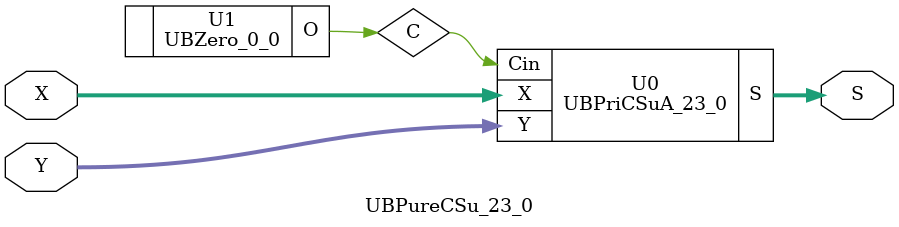
<source format=v>
/*----------------------------------------------------------------------------
  Copyright (c) 2021 Homma laboratory. All rights reserved.

  Top module: UBCSu_15_0_23_0

  Operand-1 length: 16
  Operand-2 length: 24
  Two-operand addition algorithm: Conditional sum adder
----------------------------------------------------------------------------*/

module UB1DCON_0(O, I);
  output O;
  input I;
  assign O = I;
endmodule

module UB1DCON_1(O, I);
  output O;
  input I;
  assign O = I;
endmodule

module UB1DCON_2(O, I);
  output O;
  input I;
  assign O = I;
endmodule

module UB1DCON_3(O, I);
  output O;
  input I;
  assign O = I;
endmodule

module UB1DCON_4(O, I);
  output O;
  input I;
  assign O = I;
endmodule

module UB1DCON_5(O, I);
  output O;
  input I;
  assign O = I;
endmodule

module UB1DCON_6(O, I);
  output O;
  input I;
  assign O = I;
endmodule

module UB1DCON_7(O, I);
  output O;
  input I;
  assign O = I;
endmodule

module UB1DCON_8(O, I);
  output O;
  input I;
  assign O = I;
endmodule

module UB1DCON_9(O, I);
  output O;
  input I;
  assign O = I;
endmodule

module UB1DCON_10(O, I);
  output O;
  input I;
  assign O = I;
endmodule

module UB1DCON_11(O, I);
  output O;
  input I;
  assign O = I;
endmodule

module UB1DCON_12(O, I);
  output O;
  input I;
  assign O = I;
endmodule

module UB1DCON_13(O, I);
  output O;
  input I;
  assign O = I;
endmodule

module UB1DCON_14(O, I);
  output O;
  input I;
  assign O = I;
endmodule

module UB1DCON_15(O, I);
  output O;
  input I;
  assign O = I;
endmodule

module UBZero_23_16(O);
  output [23:16] O;
  assign O[16] = 0;
  assign O[17] = 0;
  assign O[18] = 0;
  assign O[19] = 0;
  assign O[20] = 0;
  assign O[21] = 0;
  assign O[22] = 0;
  assign O[23] = 0;
endmodule

module UBFA_0(C, S, X, Y, Z);
  output C;
  output S;
  input X;
  input Y;
  input Z;
  assign C = ( X & Y ) | ( Y & Z ) | ( Z & X );
  assign S = X ^ Y ^ Z;
endmodule

module UBHCSuB_0_0(C, S, X, Y, Ci);
  output C;
  output S;
  input Ci;
  input X;
  input Y;
  UBFA_0 U0 (C, S, X, Y, Ci);
endmodule

module UBZero_1_1(O);
  output [1:1] O;
  assign O[1] = 0;
endmodule

module UBOne_1(O);
  output O;
  assign O = 1;
endmodule

module UBFA_1(C, S, X, Y, Z);
  output C;
  output S;
  input X;
  input Y;
  input Z;
  assign C = ( X & Y ) | ( Y & Z ) | ( Z & X );
  assign S = X ^ Y ^ Z;
endmodule

module UBCSuB_1_1(C_0, C_1, S_0, S_1, X, Y);
  output C_0;
  output C_1;
  output S_0;
  output S_1;
  input X;
  input Y;
  wire Ci_0;
  wire Ci_1;
  wire Co_0;
  wire Co_1;
  assign C_0 = ( Co_0 & ( ~ Ci_0 ) ) | ( Co_1 & Ci_0 );
  assign C_1 = ( Co_0 & ( ~ Ci_1 ) ) | ( Co_1 & Ci_1 );
  UBZero_1_1 U0 (Ci_0);
  UBOne_1 U1 (Ci_1);
  UBFA_1 U2 (Co_0, S_0, X, Y, Ci_0);
  UBFA_1 U3 (Co_1, S_1, X, Y, Ci_1);
endmodule

module UBHCSuB_1_0(C, S, X, Y, Ci);
  output C;
  output [1:0] S;
  input Ci;
  input [1:0] X;
  input [1:0] Y;
  wire C_0;
  wire C_1;
  wire Co;
  wire S_0;
  wire S_1;
  assign S[1] = ( S_0 & ( ~ Co ) ) | ( S_1 & Co );
  assign C = ( C_0 & ( ~ Co ) ) | ( C_1 & Co );
  UBHCSuB_0_0 U0 (Co, S[0], X[0], Y[0], Ci);
  UBCSuB_1_1 U1 (C_0, C_1, S_0, S_1, X[1], Y[1]);
endmodule

module UBZero_2_2(O);
  output [2:2] O;
  assign O[2] = 0;
endmodule

module UBOne_2(O);
  output O;
  assign O = 1;
endmodule

module UBFA_2(C, S, X, Y, Z);
  output C;
  output S;
  input X;
  input Y;
  input Z;
  assign C = ( X & Y ) | ( Y & Z ) | ( Z & X );
  assign S = X ^ Y ^ Z;
endmodule

module UBCSuB_2_2(C_0, C_1, S_0, S_1, X, Y);
  output C_0;
  output C_1;
  output S_0;
  output S_1;
  input X;
  input Y;
  wire Ci_0;
  wire Ci_1;
  wire Co_0;
  wire Co_1;
  assign C_0 = ( Co_0 & ( ~ Ci_0 ) ) | ( Co_1 & Ci_0 );
  assign C_1 = ( Co_0 & ( ~ Ci_1 ) ) | ( Co_1 & Ci_1 );
  UBZero_2_2 U0 (Ci_0);
  UBOne_2 U1 (Ci_1);
  UBFA_2 U2 (Co_0, S_0, X, Y, Ci_0);
  UBFA_2 U3 (Co_1, S_1, X, Y, Ci_1);
endmodule

module UBHCSuB_2_0(C, S, X, Y, Ci);
  output C;
  output [2:0] S;
  input Ci;
  input [2:0] X;
  input [2:0] Y;
  wire C_0;
  wire C_1;
  wire Co;
  wire S_0;
  wire S_1;
  assign S[2] = ( S_0 & ( ~ Co ) ) | ( S_1 & Co );
  assign C = ( C_0 & ( ~ Co ) ) | ( C_1 & Co );
  UBHCSuB_1_0 U0 (Co, S[1:0], X[1:0], Y[1:0], Ci);
  UBCSuB_2_2 U1 (C_0, C_1, S_0, S_1, X[2], Y[2]);
endmodule

module UBZero_3_3(O);
  output [3:3] O;
  assign O[3] = 0;
endmodule

module UBOne_3(O);
  output O;
  assign O = 1;
endmodule

module UBFA_3(C, S, X, Y, Z);
  output C;
  output S;
  input X;
  input Y;
  input Z;
  assign C = ( X & Y ) | ( Y & Z ) | ( Z & X );
  assign S = X ^ Y ^ Z;
endmodule

module UBCSuB_3_3(C_0, C_1, S_0, S_1, X, Y);
  output C_0;
  output C_1;
  output S_0;
  output S_1;
  input X;
  input Y;
  wire Ci_0;
  wire Ci_1;
  wire Co_0;
  wire Co_1;
  assign C_0 = ( Co_0 & ( ~ Ci_0 ) ) | ( Co_1 & Ci_0 );
  assign C_1 = ( Co_0 & ( ~ Ci_1 ) ) | ( Co_1 & Ci_1 );
  UBZero_3_3 U0 (Ci_0);
  UBOne_3 U1 (Ci_1);
  UBFA_3 U2 (Co_0, S_0, X, Y, Ci_0);
  UBFA_3 U3 (Co_1, S_1, X, Y, Ci_1);
endmodule

module UBZero_4_4(O);
  output [4:4] O;
  assign O[4] = 0;
endmodule

module UBOne_4(O);
  output O;
  assign O = 1;
endmodule

module UBFA_4(C, S, X, Y, Z);
  output C;
  output S;
  input X;
  input Y;
  input Z;
  assign C = ( X & Y ) | ( Y & Z ) | ( Z & X );
  assign S = X ^ Y ^ Z;
endmodule

module UBCSuB_4_4(C_0, C_1, S_0, S_1, X, Y);
  output C_0;
  output C_1;
  output S_0;
  output S_1;
  input X;
  input Y;
  wire Ci_0;
  wire Ci_1;
  wire Co_0;
  wire Co_1;
  assign C_0 = ( Co_0 & ( ~ Ci_0 ) ) | ( Co_1 & Ci_0 );
  assign C_1 = ( Co_0 & ( ~ Ci_1 ) ) | ( Co_1 & Ci_1 );
  UBZero_4_4 U0 (Ci_0);
  UBOne_4 U1 (Ci_1);
  UBFA_4 U2 (Co_0, S_0, X, Y, Ci_0);
  UBFA_4 U3 (Co_1, S_1, X, Y, Ci_1);
endmodule

module UBCSuB_4_3(C_0, C_1, S_0, S_1, X, Y);
  output C_0;
  output C_1;
  output [4:3] S_0;
  output [4:3] S_1;
  input [4:3] X;
  input [4:3] Y;
  wire Ci_0;
  wire Ci_1;
  wire Co_0;
  wire Co_1;
  wire So_0;
  wire So_1;
  assign S_0[4] = ( So_0 & ( ~ Ci_0 ) ) | ( So_1 & Ci_0 );
  assign C_0 = ( Co_0 & ( ~ Ci_0 ) ) | ( Co_1 & Ci_0 );
  assign S_1[4] = ( So_0 & ( ~ Ci_1 ) ) | ( So_1 & Ci_1 );
  assign C_1 = ( Co_0 & ( ~ Ci_1 ) ) | ( Co_1 & Ci_1 );
  UBCSuB_3_3 U0 (Ci_0, Ci_1, S_0[3], S_1[3], X[3], Y[3]);
  UBCSuB_4_4 U1 (Co_0, Co_1, So_0, So_1, X[4], Y[4]);
endmodule

module UBZero_5_5(O);
  output [5:5] O;
  assign O[5] = 0;
endmodule

module UBOne_5(O);
  output O;
  assign O = 1;
endmodule

module UBFA_5(C, S, X, Y, Z);
  output C;
  output S;
  input X;
  input Y;
  input Z;
  assign C = ( X & Y ) | ( Y & Z ) | ( Z & X );
  assign S = X ^ Y ^ Z;
endmodule

module UBCSuB_5_5(C_0, C_1, S_0, S_1, X, Y);
  output C_0;
  output C_1;
  output S_0;
  output S_1;
  input X;
  input Y;
  wire Ci_0;
  wire Ci_1;
  wire Co_0;
  wire Co_1;
  assign C_0 = ( Co_0 & ( ~ Ci_0 ) ) | ( Co_1 & Ci_0 );
  assign C_1 = ( Co_0 & ( ~ Ci_1 ) ) | ( Co_1 & Ci_1 );
  UBZero_5_5 U0 (Ci_0);
  UBOne_5 U1 (Ci_1);
  UBFA_5 U2 (Co_0, S_0, X, Y, Ci_0);
  UBFA_5 U3 (Co_1, S_1, X, Y, Ci_1);
endmodule

module UBCSuB_5_3(C_0, C_1, S_0, S_1, X, Y);
  output C_0;
  output C_1;
  output [5:3] S_0;
  output [5:3] S_1;
  input [5:3] X;
  input [5:3] Y;
  wire Ci_0;
  wire Ci_1;
  wire Co_0;
  wire Co_1;
  wire [5:5] So_0;
  wire [5:5] So_1;
  assign S_0[5] = ( So_0 & ( ~ Ci_0 ) ) | ( So_1 & Ci_0 );
  assign C_0 = ( Co_0 & ( ~ Ci_0 ) ) | ( Co_1 & Ci_0 );
  assign S_1[5] = ( So_0 & ( ~ Ci_1 ) ) | ( So_1 & Ci_1 );
  assign C_1 = ( Co_0 & ( ~ Ci_1 ) ) | ( Co_1 & Ci_1 );
  UBCSuB_4_3 U0 (Ci_0, Ci_1, S_0[4:3], S_1[4:3], X[4:3], Y[4:3]);
  UBCSuB_5_5 U1 (Co_0, Co_1, So_0, So_1, X[5], Y[5]);
endmodule

module UBHCSuB_5_0(C, S, X, Y, Ci);
  output C;
  output [5:0] S;
  input Ci;
  input [5:0] X;
  input [5:0] Y;
  wire C_0;
  wire C_1;
  wire Co;
  wire [5:3] S_0;
  wire [5:3] S_1;
  assign S[3] = ( S_0[3] & ( ~ Co ) ) | ( S_1[3] & Co );
  assign S[4] = ( S_0[4] & ( ~ Co ) ) | ( S_1[4] & Co );
  assign S[5] = ( S_0[5] & ( ~ Co ) ) | ( S_1[5] & Co );
  assign C = ( C_0 & ( ~ Co ) ) | ( C_1 & Co );
  UBHCSuB_2_0 U0 (Co, S[2:0], X[2:0], Y[2:0], Ci);
  UBCSuB_5_3 U1 (C_0, C_1, S_0, S_1, X[5:3], Y[5:3]);
endmodule

module UBZero_6_6(O);
  output [6:6] O;
  assign O[6] = 0;
endmodule

module UBOne_6(O);
  output O;
  assign O = 1;
endmodule

module UBFA_6(C, S, X, Y, Z);
  output C;
  output S;
  input X;
  input Y;
  input Z;
  assign C = ( X & Y ) | ( Y & Z ) | ( Z & X );
  assign S = X ^ Y ^ Z;
endmodule

module UBCSuB_6_6(C_0, C_1, S_0, S_1, X, Y);
  output C_0;
  output C_1;
  output S_0;
  output S_1;
  input X;
  input Y;
  wire Ci_0;
  wire Ci_1;
  wire Co_0;
  wire Co_1;
  assign C_0 = ( Co_0 & ( ~ Ci_0 ) ) | ( Co_1 & Ci_0 );
  assign C_1 = ( Co_0 & ( ~ Ci_1 ) ) | ( Co_1 & Ci_1 );
  UBZero_6_6 U0 (Ci_0);
  UBOne_6 U1 (Ci_1);
  UBFA_6 U2 (Co_0, S_0, X, Y, Ci_0);
  UBFA_6 U3 (Co_1, S_1, X, Y, Ci_1);
endmodule

module UBZero_7_7(O);
  output [7:7] O;
  assign O[7] = 0;
endmodule

module UBOne_7(O);
  output O;
  assign O = 1;
endmodule

module UBFA_7(C, S, X, Y, Z);
  output C;
  output S;
  input X;
  input Y;
  input Z;
  assign C = ( X & Y ) | ( Y & Z ) | ( Z & X );
  assign S = X ^ Y ^ Z;
endmodule

module UBCSuB_7_7(C_0, C_1, S_0, S_1, X, Y);
  output C_0;
  output C_1;
  output S_0;
  output S_1;
  input X;
  input Y;
  wire Ci_0;
  wire Ci_1;
  wire Co_0;
  wire Co_1;
  assign C_0 = ( Co_0 & ( ~ Ci_0 ) ) | ( Co_1 & Ci_0 );
  assign C_1 = ( Co_0 & ( ~ Ci_1 ) ) | ( Co_1 & Ci_1 );
  UBZero_7_7 U0 (Ci_0);
  UBOne_7 U1 (Ci_1);
  UBFA_7 U2 (Co_0, S_0, X, Y, Ci_0);
  UBFA_7 U3 (Co_1, S_1, X, Y, Ci_1);
endmodule

module UBCSuB_7_6(C_0, C_1, S_0, S_1, X, Y);
  output C_0;
  output C_1;
  output [7:6] S_0;
  output [7:6] S_1;
  input [7:6] X;
  input [7:6] Y;
  wire Ci_0;
  wire Ci_1;
  wire Co_0;
  wire Co_1;
  wire So_0;
  wire So_1;
  assign S_0[7] = ( So_0 & ( ~ Ci_0 ) ) | ( So_1 & Ci_0 );
  assign C_0 = ( Co_0 & ( ~ Ci_0 ) ) | ( Co_1 & Ci_0 );
  assign S_1[7] = ( So_0 & ( ~ Ci_1 ) ) | ( So_1 & Ci_1 );
  assign C_1 = ( Co_0 & ( ~ Ci_1 ) ) | ( Co_1 & Ci_1 );
  UBCSuB_6_6 U0 (Ci_0, Ci_1, S_0[6], S_1[6], X[6], Y[6]);
  UBCSuB_7_7 U1 (Co_0, Co_1, So_0, So_1, X[7], Y[7]);
endmodule

module UBZero_8_8(O);
  output [8:8] O;
  assign O[8] = 0;
endmodule

module UBOne_8(O);
  output O;
  assign O = 1;
endmodule

module UBFA_8(C, S, X, Y, Z);
  output C;
  output S;
  input X;
  input Y;
  input Z;
  assign C = ( X & Y ) | ( Y & Z ) | ( Z & X );
  assign S = X ^ Y ^ Z;
endmodule

module UBCSuB_8_8(C_0, C_1, S_0, S_1, X, Y);
  output C_0;
  output C_1;
  output S_0;
  output S_1;
  input X;
  input Y;
  wire Ci_0;
  wire Ci_1;
  wire Co_0;
  wire Co_1;
  assign C_0 = ( Co_0 & ( ~ Ci_0 ) ) | ( Co_1 & Ci_0 );
  assign C_1 = ( Co_0 & ( ~ Ci_1 ) ) | ( Co_1 & Ci_1 );
  UBZero_8_8 U0 (Ci_0);
  UBOne_8 U1 (Ci_1);
  UBFA_8 U2 (Co_0, S_0, X, Y, Ci_0);
  UBFA_8 U3 (Co_1, S_1, X, Y, Ci_1);
endmodule

module UBCSuB_8_6(C_0, C_1, S_0, S_1, X, Y);
  output C_0;
  output C_1;
  output [8:6] S_0;
  output [8:6] S_1;
  input [8:6] X;
  input [8:6] Y;
  wire Ci_0;
  wire Ci_1;
  wire Co_0;
  wire Co_1;
  wire [8:8] So_0;
  wire [8:8] So_1;
  assign S_0[8] = ( So_0 & ( ~ Ci_0 ) ) | ( So_1 & Ci_0 );
  assign C_0 = ( Co_0 & ( ~ Ci_0 ) ) | ( Co_1 & Ci_0 );
  assign S_1[8] = ( So_0 & ( ~ Ci_1 ) ) | ( So_1 & Ci_1 );
  assign C_1 = ( Co_0 & ( ~ Ci_1 ) ) | ( Co_1 & Ci_1 );
  UBCSuB_7_6 U0 (Ci_0, Ci_1, S_0[7:6], S_1[7:6], X[7:6], Y[7:6]);
  UBCSuB_8_8 U1 (Co_0, Co_1, So_0, So_1, X[8], Y[8]);
endmodule

module UBZero_9_9(O);
  output [9:9] O;
  assign O[9] = 0;
endmodule

module UBOne_9(O);
  output O;
  assign O = 1;
endmodule

module UBFA_9(C, S, X, Y, Z);
  output C;
  output S;
  input X;
  input Y;
  input Z;
  assign C = ( X & Y ) | ( Y & Z ) | ( Z & X );
  assign S = X ^ Y ^ Z;
endmodule

module UBCSuB_9_9(C_0, C_1, S_0, S_1, X, Y);
  output C_0;
  output C_1;
  output S_0;
  output S_1;
  input X;
  input Y;
  wire Ci_0;
  wire Ci_1;
  wire Co_0;
  wire Co_1;
  assign C_0 = ( Co_0 & ( ~ Ci_0 ) ) | ( Co_1 & Ci_0 );
  assign C_1 = ( Co_0 & ( ~ Ci_1 ) ) | ( Co_1 & Ci_1 );
  UBZero_9_9 U0 (Ci_0);
  UBOne_9 U1 (Ci_1);
  UBFA_9 U2 (Co_0, S_0, X, Y, Ci_0);
  UBFA_9 U3 (Co_1, S_1, X, Y, Ci_1);
endmodule

module UBZero_10_10(O);
  output [10:10] O;
  assign O[10] = 0;
endmodule

module UBOne_10(O);
  output O;
  assign O = 1;
endmodule

module UBFA_10(C, S, X, Y, Z);
  output C;
  output S;
  input X;
  input Y;
  input Z;
  assign C = ( X & Y ) | ( Y & Z ) | ( Z & X );
  assign S = X ^ Y ^ Z;
endmodule

module UBCSuB_10_10(C_0, C_1, S_0, S_1, X, Y);
  output C_0;
  output C_1;
  output S_0;
  output S_1;
  input X;
  input Y;
  wire Ci_0;
  wire Ci_1;
  wire Co_0;
  wire Co_1;
  assign C_0 = ( Co_0 & ( ~ Ci_0 ) ) | ( Co_1 & Ci_0 );
  assign C_1 = ( Co_0 & ( ~ Ci_1 ) ) | ( Co_1 & Ci_1 );
  UBZero_10_10 U0 (Ci_0);
  UBOne_10 U1 (Ci_1);
  UBFA_10 U2 (Co_0, S_0, X, Y, Ci_0);
  UBFA_10 U3 (Co_1, S_1, X, Y, Ci_1);
endmodule

module UBCSuB_10_9(C_0, C_1, S_0, S_1, X, Y);
  output C_0;
  output C_1;
  output [10:9] S_0;
  output [10:9] S_1;
  input [10:9] X;
  input [10:9] Y;
  wire Ci_0;
  wire Ci_1;
  wire Co_0;
  wire Co_1;
  wire So_0;
  wire So_1;
  assign S_0[10] = ( So_0 & ( ~ Ci_0 ) ) | ( So_1 & Ci_0 );
  assign C_0 = ( Co_0 & ( ~ Ci_0 ) ) | ( Co_1 & Ci_0 );
  assign S_1[10] = ( So_0 & ( ~ Ci_1 ) ) | ( So_1 & Ci_1 );
  assign C_1 = ( Co_0 & ( ~ Ci_1 ) ) | ( Co_1 & Ci_1 );
  UBCSuB_9_9 U0 (Ci_0, Ci_1, S_0[9], S_1[9], X[9], Y[9]);
  UBCSuB_10_10 U1 (Co_0, Co_1, So_0, So_1, X[10], Y[10]);
endmodule

module UBZero_11_11(O);
  output [11:11] O;
  assign O[11] = 0;
endmodule

module UBOne_11(O);
  output O;
  assign O = 1;
endmodule

module UBFA_11(C, S, X, Y, Z);
  output C;
  output S;
  input X;
  input Y;
  input Z;
  assign C = ( X & Y ) | ( Y & Z ) | ( Z & X );
  assign S = X ^ Y ^ Z;
endmodule

module UBCSuB_11_11(C_0, C_1, S_0, S_1, X, Y);
  output C_0;
  output C_1;
  output S_0;
  output S_1;
  input X;
  input Y;
  wire Ci_0;
  wire Ci_1;
  wire Co_0;
  wire Co_1;
  assign C_0 = ( Co_0 & ( ~ Ci_0 ) ) | ( Co_1 & Ci_0 );
  assign C_1 = ( Co_0 & ( ~ Ci_1 ) ) | ( Co_1 & Ci_1 );
  UBZero_11_11 U0 (Ci_0);
  UBOne_11 U1 (Ci_1);
  UBFA_11 U2 (Co_0, S_0, X, Y, Ci_0);
  UBFA_11 U3 (Co_1, S_1, X, Y, Ci_1);
endmodule

module UBCSuB_11_9(C_0, C_1, S_0, S_1, X, Y);
  output C_0;
  output C_1;
  output [11:9] S_0;
  output [11:9] S_1;
  input [11:9] X;
  input [11:9] Y;
  wire Ci_0;
  wire Ci_1;
  wire Co_0;
  wire Co_1;
  wire [11:11] So_0;
  wire [11:11] So_1;
  assign S_0[11] = ( So_0 & ( ~ Ci_0 ) ) | ( So_1 & Ci_0 );
  assign C_0 = ( Co_0 & ( ~ Ci_0 ) ) | ( Co_1 & Ci_0 );
  assign S_1[11] = ( So_0 & ( ~ Ci_1 ) ) | ( So_1 & Ci_1 );
  assign C_1 = ( Co_0 & ( ~ Ci_1 ) ) | ( Co_1 & Ci_1 );
  UBCSuB_10_9 U0 (Ci_0, Ci_1, S_0[10:9], S_1[10:9], X[10:9], Y[10:9]);
  UBCSuB_11_11 U1 (Co_0, Co_1, So_0, So_1, X[11], Y[11]);
endmodule

module UBCSuB_11_6(C_0, C_1, S_0, S_1, X, Y);
  output C_0;
  output C_1;
  output [11:6] S_0;
  output [11:6] S_1;
  input [11:6] X;
  input [11:6] Y;
  wire Ci_0;
  wire Ci_1;
  wire Co_0;
  wire Co_1;
  wire [11:9] So_0;
  wire [11:9] So_1;
  assign S_0[9] = ( So_0[9] & ( ~ Ci_0 ) ) | ( So_1[9] & Ci_0 );
  assign S_0[10] = ( So_0[10] & ( ~ Ci_0 ) ) | ( So_1[10] & Ci_0 );
  assign S_0[11] = ( So_0[11] & ( ~ Ci_0 ) ) | ( So_1[11] & Ci_0 );
  assign C_0 = ( Co_0 & ( ~ Ci_0 ) ) | ( Co_1 & Ci_0 );
  assign S_1[9] = ( So_0[9] & ( ~ Ci_1 ) ) | ( So_1[9] & Ci_1 );
  assign S_1[10] = ( So_0[10] & ( ~ Ci_1 ) ) | ( So_1[10] & Ci_1 );
  assign S_1[11] = ( So_0[11] & ( ~ Ci_1 ) ) | ( So_1[11] & Ci_1 );
  assign C_1 = ( Co_0 & ( ~ Ci_1 ) ) | ( Co_1 & Ci_1 );
  UBCSuB_8_6 U0 (Ci_0, Ci_1, S_0[8:6], S_1[8:6], X[8:6], Y[8:6]);
  UBCSuB_11_9 U1 (Co_0, Co_1, So_0, So_1, X[11:9], Y[11:9]);
endmodule

module UBHCSuB_11_0(C, S, X, Y, Ci);
  output C;
  output [11:0] S;
  input Ci;
  input [11:0] X;
  input [11:0] Y;
  wire C_0;
  wire C_1;
  wire Co;
  wire [11:6] S_0;
  wire [11:6] S_1;
  assign S[6] = ( S_0[6] & ( ~ Co ) ) | ( S_1[6] & Co );
  assign S[7] = ( S_0[7] & ( ~ Co ) ) | ( S_1[7] & Co );
  assign S[8] = ( S_0[8] & ( ~ Co ) ) | ( S_1[8] & Co );
  assign S[9] = ( S_0[9] & ( ~ Co ) ) | ( S_1[9] & Co );
  assign S[10] = ( S_0[10] & ( ~ Co ) ) | ( S_1[10] & Co );
  assign S[11] = ( S_0[11] & ( ~ Co ) ) | ( S_1[11] & Co );
  assign C = ( C_0 & ( ~ Co ) ) | ( C_1 & Co );
  UBHCSuB_5_0 U0 (Co, S[5:0], X[5:0], Y[5:0], Ci);
  UBCSuB_11_6 U1 (C_0, C_1, S_0, S_1, X[11:6], Y[11:6]);
endmodule

module UBZero_12_12(O);
  output [12:12] O;
  assign O[12] = 0;
endmodule

module UBOne_12(O);
  output O;
  assign O = 1;
endmodule

module UBFA_12(C, S, X, Y, Z);
  output C;
  output S;
  input X;
  input Y;
  input Z;
  assign C = ( X & Y ) | ( Y & Z ) | ( Z & X );
  assign S = X ^ Y ^ Z;
endmodule

module UBCSuB_12_12(C_0, C_1, S_0, S_1, X, Y);
  output C_0;
  output C_1;
  output S_0;
  output S_1;
  input X;
  input Y;
  wire Ci_0;
  wire Ci_1;
  wire Co_0;
  wire Co_1;
  assign C_0 = ( Co_0 & ( ~ Ci_0 ) ) | ( Co_1 & Ci_0 );
  assign C_1 = ( Co_0 & ( ~ Ci_1 ) ) | ( Co_1 & Ci_1 );
  UBZero_12_12 U0 (Ci_0);
  UBOne_12 U1 (Ci_1);
  UBFA_12 U2 (Co_0, S_0, X, Y, Ci_0);
  UBFA_12 U3 (Co_1, S_1, X, Y, Ci_1);
endmodule

module UBZero_13_13(O);
  output [13:13] O;
  assign O[13] = 0;
endmodule

module UBOne_13(O);
  output O;
  assign O = 1;
endmodule

module UBFA_13(C, S, X, Y, Z);
  output C;
  output S;
  input X;
  input Y;
  input Z;
  assign C = ( X & Y ) | ( Y & Z ) | ( Z & X );
  assign S = X ^ Y ^ Z;
endmodule

module UBCSuB_13_13(C_0, C_1, S_0, S_1, X, Y);
  output C_0;
  output C_1;
  output S_0;
  output S_1;
  input X;
  input Y;
  wire Ci_0;
  wire Ci_1;
  wire Co_0;
  wire Co_1;
  assign C_0 = ( Co_0 & ( ~ Ci_0 ) ) | ( Co_1 & Ci_0 );
  assign C_1 = ( Co_0 & ( ~ Ci_1 ) ) | ( Co_1 & Ci_1 );
  UBZero_13_13 U0 (Ci_0);
  UBOne_13 U1 (Ci_1);
  UBFA_13 U2 (Co_0, S_0, X, Y, Ci_0);
  UBFA_13 U3 (Co_1, S_1, X, Y, Ci_1);
endmodule

module UBCSuB_13_12(C_0, C_1, S_0, S_1, X, Y);
  output C_0;
  output C_1;
  output [13:12] S_0;
  output [13:12] S_1;
  input [13:12] X;
  input [13:12] Y;
  wire Ci_0;
  wire Ci_1;
  wire Co_0;
  wire Co_1;
  wire So_0;
  wire So_1;
  assign S_0[13] = ( So_0 & ( ~ Ci_0 ) ) | ( So_1 & Ci_0 );
  assign C_0 = ( Co_0 & ( ~ Ci_0 ) ) | ( Co_1 & Ci_0 );
  assign S_1[13] = ( So_0 & ( ~ Ci_1 ) ) | ( So_1 & Ci_1 );
  assign C_1 = ( Co_0 & ( ~ Ci_1 ) ) | ( Co_1 & Ci_1 );
  UBCSuB_12_12 U0 (Ci_0, Ci_1, S_0[12], S_1[12], X[12], Y[12]);
  UBCSuB_13_13 U1 (Co_0, Co_1, So_0, So_1, X[13], Y[13]);
endmodule

module UBZero_14_14(O);
  output [14:14] O;
  assign O[14] = 0;
endmodule

module UBOne_14(O);
  output O;
  assign O = 1;
endmodule

module UBFA_14(C, S, X, Y, Z);
  output C;
  output S;
  input X;
  input Y;
  input Z;
  assign C = ( X & Y ) | ( Y & Z ) | ( Z & X );
  assign S = X ^ Y ^ Z;
endmodule

module UBCSuB_14_14(C_0, C_1, S_0, S_1, X, Y);
  output C_0;
  output C_1;
  output S_0;
  output S_1;
  input X;
  input Y;
  wire Ci_0;
  wire Ci_1;
  wire Co_0;
  wire Co_1;
  assign C_0 = ( Co_0 & ( ~ Ci_0 ) ) | ( Co_1 & Ci_0 );
  assign C_1 = ( Co_0 & ( ~ Ci_1 ) ) | ( Co_1 & Ci_1 );
  UBZero_14_14 U0 (Ci_0);
  UBOne_14 U1 (Ci_1);
  UBFA_14 U2 (Co_0, S_0, X, Y, Ci_0);
  UBFA_14 U3 (Co_1, S_1, X, Y, Ci_1);
endmodule

module UBCSuB_14_12(C_0, C_1, S_0, S_1, X, Y);
  output C_0;
  output C_1;
  output [14:12] S_0;
  output [14:12] S_1;
  input [14:12] X;
  input [14:12] Y;
  wire Ci_0;
  wire Ci_1;
  wire Co_0;
  wire Co_1;
  wire [14:14] So_0;
  wire [14:14] So_1;
  assign S_0[14] = ( So_0 & ( ~ Ci_0 ) ) | ( So_1 & Ci_0 );
  assign C_0 = ( Co_0 & ( ~ Ci_0 ) ) | ( Co_1 & Ci_0 );
  assign S_1[14] = ( So_0 & ( ~ Ci_1 ) ) | ( So_1 & Ci_1 );
  assign C_1 = ( Co_0 & ( ~ Ci_1 ) ) | ( Co_1 & Ci_1 );
  UBCSuB_13_12 U0 (Ci_0, Ci_1, S_0[13:12], S_1[13:12], X[13:12], Y[13:12]);
  UBCSuB_14_14 U1 (Co_0, Co_1, So_0, So_1, X[14], Y[14]);
endmodule

module UBZero_15_15(O);
  output [15:15] O;
  assign O[15] = 0;
endmodule

module UBOne_15(O);
  output O;
  assign O = 1;
endmodule

module UBFA_15(C, S, X, Y, Z);
  output C;
  output S;
  input X;
  input Y;
  input Z;
  assign C = ( X & Y ) | ( Y & Z ) | ( Z & X );
  assign S = X ^ Y ^ Z;
endmodule

module UBCSuB_15_15(C_0, C_1, S_0, S_1, X, Y);
  output C_0;
  output C_1;
  output S_0;
  output S_1;
  input X;
  input Y;
  wire Ci_0;
  wire Ci_1;
  wire Co_0;
  wire Co_1;
  assign C_0 = ( Co_0 & ( ~ Ci_0 ) ) | ( Co_1 & Ci_0 );
  assign C_1 = ( Co_0 & ( ~ Ci_1 ) ) | ( Co_1 & Ci_1 );
  UBZero_15_15 U0 (Ci_0);
  UBOne_15 U1 (Ci_1);
  UBFA_15 U2 (Co_0, S_0, X, Y, Ci_0);
  UBFA_15 U3 (Co_1, S_1, X, Y, Ci_1);
endmodule

module UBZero_16_16(O);
  output [16:16] O;
  assign O[16] = 0;
endmodule

module UBOne_16(O);
  output O;
  assign O = 1;
endmodule

module UBFA_16(C, S, X, Y, Z);
  output C;
  output S;
  input X;
  input Y;
  input Z;
  assign C = ( X & Y ) | ( Y & Z ) | ( Z & X );
  assign S = X ^ Y ^ Z;
endmodule

module UBCSuB_16_16(C_0, C_1, S_0, S_1, X, Y);
  output C_0;
  output C_1;
  output S_0;
  output S_1;
  input X;
  input Y;
  wire Ci_0;
  wire Ci_1;
  wire Co_0;
  wire Co_1;
  assign C_0 = ( Co_0 & ( ~ Ci_0 ) ) | ( Co_1 & Ci_0 );
  assign C_1 = ( Co_0 & ( ~ Ci_1 ) ) | ( Co_1 & Ci_1 );
  UBZero_16_16 U0 (Ci_0);
  UBOne_16 U1 (Ci_1);
  UBFA_16 U2 (Co_0, S_0, X, Y, Ci_0);
  UBFA_16 U3 (Co_1, S_1, X, Y, Ci_1);
endmodule

module UBCSuB_16_15(C_0, C_1, S_0, S_1, X, Y);
  output C_0;
  output C_1;
  output [16:15] S_0;
  output [16:15] S_1;
  input [16:15] X;
  input [16:15] Y;
  wire Ci_0;
  wire Ci_1;
  wire Co_0;
  wire Co_1;
  wire So_0;
  wire So_1;
  assign S_0[16] = ( So_0 & ( ~ Ci_0 ) ) | ( So_1 & Ci_0 );
  assign C_0 = ( Co_0 & ( ~ Ci_0 ) ) | ( Co_1 & Ci_0 );
  assign S_1[16] = ( So_0 & ( ~ Ci_1 ) ) | ( So_1 & Ci_1 );
  assign C_1 = ( Co_0 & ( ~ Ci_1 ) ) | ( Co_1 & Ci_1 );
  UBCSuB_15_15 U0 (Ci_0, Ci_1, S_0[15], S_1[15], X[15], Y[15]);
  UBCSuB_16_16 U1 (Co_0, Co_1, So_0, So_1, X[16], Y[16]);
endmodule

module UBZero_17_17(O);
  output [17:17] O;
  assign O[17] = 0;
endmodule

module UBOne_17(O);
  output O;
  assign O = 1;
endmodule

module UBFA_17(C, S, X, Y, Z);
  output C;
  output S;
  input X;
  input Y;
  input Z;
  assign C = ( X & Y ) | ( Y & Z ) | ( Z & X );
  assign S = X ^ Y ^ Z;
endmodule

module UBCSuB_17_17(C_0, C_1, S_0, S_1, X, Y);
  output C_0;
  output C_1;
  output S_0;
  output S_1;
  input X;
  input Y;
  wire Ci_0;
  wire Ci_1;
  wire Co_0;
  wire Co_1;
  assign C_0 = ( Co_0 & ( ~ Ci_0 ) ) | ( Co_1 & Ci_0 );
  assign C_1 = ( Co_0 & ( ~ Ci_1 ) ) | ( Co_1 & Ci_1 );
  UBZero_17_17 U0 (Ci_0);
  UBOne_17 U1 (Ci_1);
  UBFA_17 U2 (Co_0, S_0, X, Y, Ci_0);
  UBFA_17 U3 (Co_1, S_1, X, Y, Ci_1);
endmodule

module UBCSuB_17_15(C_0, C_1, S_0, S_1, X, Y);
  output C_0;
  output C_1;
  output [17:15] S_0;
  output [17:15] S_1;
  input [17:15] X;
  input [17:15] Y;
  wire Ci_0;
  wire Ci_1;
  wire Co_0;
  wire Co_1;
  wire [17:17] So_0;
  wire [17:17] So_1;
  assign S_0[17] = ( So_0 & ( ~ Ci_0 ) ) | ( So_1 & Ci_0 );
  assign C_0 = ( Co_0 & ( ~ Ci_0 ) ) | ( Co_1 & Ci_0 );
  assign S_1[17] = ( So_0 & ( ~ Ci_1 ) ) | ( So_1 & Ci_1 );
  assign C_1 = ( Co_0 & ( ~ Ci_1 ) ) | ( Co_1 & Ci_1 );
  UBCSuB_16_15 U0 (Ci_0, Ci_1, S_0[16:15], S_1[16:15], X[16:15], Y[16:15]);
  UBCSuB_17_17 U1 (Co_0, Co_1, So_0, So_1, X[17], Y[17]);
endmodule

module UBCSuB_17_12(C_0, C_1, S_0, S_1, X, Y);
  output C_0;
  output C_1;
  output [17:12] S_0;
  output [17:12] S_1;
  input [17:12] X;
  input [17:12] Y;
  wire Ci_0;
  wire Ci_1;
  wire Co_0;
  wire Co_1;
  wire [17:15] So_0;
  wire [17:15] So_1;
  assign S_0[15] = ( So_0[15] & ( ~ Ci_0 ) ) | ( So_1[15] & Ci_0 );
  assign S_0[16] = ( So_0[16] & ( ~ Ci_0 ) ) | ( So_1[16] & Ci_0 );
  assign S_0[17] = ( So_0[17] & ( ~ Ci_0 ) ) | ( So_1[17] & Ci_0 );
  assign C_0 = ( Co_0 & ( ~ Ci_0 ) ) | ( Co_1 & Ci_0 );
  assign S_1[15] = ( So_0[15] & ( ~ Ci_1 ) ) | ( So_1[15] & Ci_1 );
  assign S_1[16] = ( So_0[16] & ( ~ Ci_1 ) ) | ( So_1[16] & Ci_1 );
  assign S_1[17] = ( So_0[17] & ( ~ Ci_1 ) ) | ( So_1[17] & Ci_1 );
  assign C_1 = ( Co_0 & ( ~ Ci_1 ) ) | ( Co_1 & Ci_1 );
  UBCSuB_14_12 U0 (Ci_0, Ci_1, S_0[14:12], S_1[14:12], X[14:12], Y[14:12]);
  UBCSuB_17_15 U1 (Co_0, Co_1, So_0, So_1, X[17:15], Y[17:15]);
endmodule

module UBZero_18_18(O);
  output [18:18] O;
  assign O[18] = 0;
endmodule

module UBOne_18(O);
  output O;
  assign O = 1;
endmodule

module UBFA_18(C, S, X, Y, Z);
  output C;
  output S;
  input X;
  input Y;
  input Z;
  assign C = ( X & Y ) | ( Y & Z ) | ( Z & X );
  assign S = X ^ Y ^ Z;
endmodule

module UBCSuB_18_18(C_0, C_1, S_0, S_1, X, Y);
  output C_0;
  output C_1;
  output S_0;
  output S_1;
  input X;
  input Y;
  wire Ci_0;
  wire Ci_1;
  wire Co_0;
  wire Co_1;
  assign C_0 = ( Co_0 & ( ~ Ci_0 ) ) | ( Co_1 & Ci_0 );
  assign C_1 = ( Co_0 & ( ~ Ci_1 ) ) | ( Co_1 & Ci_1 );
  UBZero_18_18 U0 (Ci_0);
  UBOne_18 U1 (Ci_1);
  UBFA_18 U2 (Co_0, S_0, X, Y, Ci_0);
  UBFA_18 U3 (Co_1, S_1, X, Y, Ci_1);
endmodule

module UBZero_19_19(O);
  output [19:19] O;
  assign O[19] = 0;
endmodule

module UBOne_19(O);
  output O;
  assign O = 1;
endmodule

module UBFA_19(C, S, X, Y, Z);
  output C;
  output S;
  input X;
  input Y;
  input Z;
  assign C = ( X & Y ) | ( Y & Z ) | ( Z & X );
  assign S = X ^ Y ^ Z;
endmodule

module UBCSuB_19_19(C_0, C_1, S_0, S_1, X, Y);
  output C_0;
  output C_1;
  output S_0;
  output S_1;
  input X;
  input Y;
  wire Ci_0;
  wire Ci_1;
  wire Co_0;
  wire Co_1;
  assign C_0 = ( Co_0 & ( ~ Ci_0 ) ) | ( Co_1 & Ci_0 );
  assign C_1 = ( Co_0 & ( ~ Ci_1 ) ) | ( Co_1 & Ci_1 );
  UBZero_19_19 U0 (Ci_0);
  UBOne_19 U1 (Ci_1);
  UBFA_19 U2 (Co_0, S_0, X, Y, Ci_0);
  UBFA_19 U3 (Co_1, S_1, X, Y, Ci_1);
endmodule

module UBCSuB_19_18(C_0, C_1, S_0, S_1, X, Y);
  output C_0;
  output C_1;
  output [19:18] S_0;
  output [19:18] S_1;
  input [19:18] X;
  input [19:18] Y;
  wire Ci_0;
  wire Ci_1;
  wire Co_0;
  wire Co_1;
  wire So_0;
  wire So_1;
  assign S_0[19] = ( So_0 & ( ~ Ci_0 ) ) | ( So_1 & Ci_0 );
  assign C_0 = ( Co_0 & ( ~ Ci_0 ) ) | ( Co_1 & Ci_0 );
  assign S_1[19] = ( So_0 & ( ~ Ci_1 ) ) | ( So_1 & Ci_1 );
  assign C_1 = ( Co_0 & ( ~ Ci_1 ) ) | ( Co_1 & Ci_1 );
  UBCSuB_18_18 U0 (Ci_0, Ci_1, S_0[18], S_1[18], X[18], Y[18]);
  UBCSuB_19_19 U1 (Co_0, Co_1, So_0, So_1, X[19], Y[19]);
endmodule

module UBZero_20_20(O);
  output [20:20] O;
  assign O[20] = 0;
endmodule

module UBOne_20(O);
  output O;
  assign O = 1;
endmodule

module UBFA_20(C, S, X, Y, Z);
  output C;
  output S;
  input X;
  input Y;
  input Z;
  assign C = ( X & Y ) | ( Y & Z ) | ( Z & X );
  assign S = X ^ Y ^ Z;
endmodule

module UBCSuB_20_20(C_0, C_1, S_0, S_1, X, Y);
  output C_0;
  output C_1;
  output S_0;
  output S_1;
  input X;
  input Y;
  wire Ci_0;
  wire Ci_1;
  wire Co_0;
  wire Co_1;
  assign C_0 = ( Co_0 & ( ~ Ci_0 ) ) | ( Co_1 & Ci_0 );
  assign C_1 = ( Co_0 & ( ~ Ci_1 ) ) | ( Co_1 & Ci_1 );
  UBZero_20_20 U0 (Ci_0);
  UBOne_20 U1 (Ci_1);
  UBFA_20 U2 (Co_0, S_0, X, Y, Ci_0);
  UBFA_20 U3 (Co_1, S_1, X, Y, Ci_1);
endmodule

module UBCSuB_20_18(C_0, C_1, S_0, S_1, X, Y);
  output C_0;
  output C_1;
  output [20:18] S_0;
  output [20:18] S_1;
  input [20:18] X;
  input [20:18] Y;
  wire Ci_0;
  wire Ci_1;
  wire Co_0;
  wire Co_1;
  wire [20:20] So_0;
  wire [20:20] So_1;
  assign S_0[20] = ( So_0 & ( ~ Ci_0 ) ) | ( So_1 & Ci_0 );
  assign C_0 = ( Co_0 & ( ~ Ci_0 ) ) | ( Co_1 & Ci_0 );
  assign S_1[20] = ( So_0 & ( ~ Ci_1 ) ) | ( So_1 & Ci_1 );
  assign C_1 = ( Co_0 & ( ~ Ci_1 ) ) | ( Co_1 & Ci_1 );
  UBCSuB_19_18 U0 (Ci_0, Ci_1, S_0[19:18], S_1[19:18], X[19:18], Y[19:18]);
  UBCSuB_20_20 U1 (Co_0, Co_1, So_0, So_1, X[20], Y[20]);
endmodule

module UBZero_21_21(O);
  output [21:21] O;
  assign O[21] = 0;
endmodule

module UBOne_21(O);
  output O;
  assign O = 1;
endmodule

module UBFA_21(C, S, X, Y, Z);
  output C;
  output S;
  input X;
  input Y;
  input Z;
  assign C = ( X & Y ) | ( Y & Z ) | ( Z & X );
  assign S = X ^ Y ^ Z;
endmodule

module UBCSuB_21_21(C_0, C_1, S_0, S_1, X, Y);
  output C_0;
  output C_1;
  output S_0;
  output S_1;
  input X;
  input Y;
  wire Ci_0;
  wire Ci_1;
  wire Co_0;
  wire Co_1;
  assign C_0 = ( Co_0 & ( ~ Ci_0 ) ) | ( Co_1 & Ci_0 );
  assign C_1 = ( Co_0 & ( ~ Ci_1 ) ) | ( Co_1 & Ci_1 );
  UBZero_21_21 U0 (Ci_0);
  UBOne_21 U1 (Ci_1);
  UBFA_21 U2 (Co_0, S_0, X, Y, Ci_0);
  UBFA_21 U3 (Co_1, S_1, X, Y, Ci_1);
endmodule

module UBZero_22_22(O);
  output [22:22] O;
  assign O[22] = 0;
endmodule

module UBOne_22(O);
  output O;
  assign O = 1;
endmodule

module UBFA_22(C, S, X, Y, Z);
  output C;
  output S;
  input X;
  input Y;
  input Z;
  assign C = ( X & Y ) | ( Y & Z ) | ( Z & X );
  assign S = X ^ Y ^ Z;
endmodule

module UBCSuB_22_22(C_0, C_1, S_0, S_1, X, Y);
  output C_0;
  output C_1;
  output S_0;
  output S_1;
  input X;
  input Y;
  wire Ci_0;
  wire Ci_1;
  wire Co_0;
  wire Co_1;
  assign C_0 = ( Co_0 & ( ~ Ci_0 ) ) | ( Co_1 & Ci_0 );
  assign C_1 = ( Co_0 & ( ~ Ci_1 ) ) | ( Co_1 & Ci_1 );
  UBZero_22_22 U0 (Ci_0);
  UBOne_22 U1 (Ci_1);
  UBFA_22 U2 (Co_0, S_0, X, Y, Ci_0);
  UBFA_22 U3 (Co_1, S_1, X, Y, Ci_1);
endmodule

module UBCSuB_22_21(C_0, C_1, S_0, S_1, X, Y);
  output C_0;
  output C_1;
  output [22:21] S_0;
  output [22:21] S_1;
  input [22:21] X;
  input [22:21] Y;
  wire Ci_0;
  wire Ci_1;
  wire Co_0;
  wire Co_1;
  wire So_0;
  wire So_1;
  assign S_0[22] = ( So_0 & ( ~ Ci_0 ) ) | ( So_1 & Ci_0 );
  assign C_0 = ( Co_0 & ( ~ Ci_0 ) ) | ( Co_1 & Ci_0 );
  assign S_1[22] = ( So_0 & ( ~ Ci_1 ) ) | ( So_1 & Ci_1 );
  assign C_1 = ( Co_0 & ( ~ Ci_1 ) ) | ( Co_1 & Ci_1 );
  UBCSuB_21_21 U0 (Ci_0, Ci_1, S_0[21], S_1[21], X[21], Y[21]);
  UBCSuB_22_22 U1 (Co_0, Co_1, So_0, So_1, X[22], Y[22]);
endmodule

module UBZero_23_23(O);
  output [23:23] O;
  assign O[23] = 0;
endmodule

module UBOne_23(O);
  output O;
  assign O = 1;
endmodule

module UBFA_23(C, S, X, Y, Z);
  output C;
  output S;
  input X;
  input Y;
  input Z;
  assign C = ( X & Y ) | ( Y & Z ) | ( Z & X );
  assign S = X ^ Y ^ Z;
endmodule

module UBCSuB_23_23(C_0, C_1, S_0, S_1, X, Y);
  output C_0;
  output C_1;
  output S_0;
  output S_1;
  input X;
  input Y;
  wire Ci_0;
  wire Ci_1;
  wire Co_0;
  wire Co_1;
  assign C_0 = ( Co_0 & ( ~ Ci_0 ) ) | ( Co_1 & Ci_0 );
  assign C_1 = ( Co_0 & ( ~ Ci_1 ) ) | ( Co_1 & Ci_1 );
  UBZero_23_23 U0 (Ci_0);
  UBOne_23 U1 (Ci_1);
  UBFA_23 U2 (Co_0, S_0, X, Y, Ci_0);
  UBFA_23 U3 (Co_1, S_1, X, Y, Ci_1);
endmodule

module UBCSuB_23_21(C_0, C_1, S_0, S_1, X, Y);
  output C_0;
  output C_1;
  output [23:21] S_0;
  output [23:21] S_1;
  input [23:21] X;
  input [23:21] Y;
  wire Ci_0;
  wire Ci_1;
  wire Co_0;
  wire Co_1;
  wire [23:23] So_0;
  wire [23:23] So_1;
  assign S_0[23] = ( So_0 & ( ~ Ci_0 ) ) | ( So_1 & Ci_0 );
  assign C_0 = ( Co_0 & ( ~ Ci_0 ) ) | ( Co_1 & Ci_0 );
  assign S_1[23] = ( So_0 & ( ~ Ci_1 ) ) | ( So_1 & Ci_1 );
  assign C_1 = ( Co_0 & ( ~ Ci_1 ) ) | ( Co_1 & Ci_1 );
  UBCSuB_22_21 U0 (Ci_0, Ci_1, S_0[22:21], S_1[22:21], X[22:21], Y[22:21]);
  UBCSuB_23_23 U1 (Co_0, Co_1, So_0, So_1, X[23], Y[23]);
endmodule

module UBCSuB_23_18(C_0, C_1, S_0, S_1, X, Y);
  output C_0;
  output C_1;
  output [23:18] S_0;
  output [23:18] S_1;
  input [23:18] X;
  input [23:18] Y;
  wire Ci_0;
  wire Ci_1;
  wire Co_0;
  wire Co_1;
  wire [23:21] So_0;
  wire [23:21] So_1;
  assign S_0[21] = ( So_0[21] & ( ~ Ci_0 ) ) | ( So_1[21] & Ci_0 );
  assign S_0[22] = ( So_0[22] & ( ~ Ci_0 ) ) | ( So_1[22] & Ci_0 );
  assign S_0[23] = ( So_0[23] & ( ~ Ci_0 ) ) | ( So_1[23] & Ci_0 );
  assign C_0 = ( Co_0 & ( ~ Ci_0 ) ) | ( Co_1 & Ci_0 );
  assign S_1[21] = ( So_0[21] & ( ~ Ci_1 ) ) | ( So_1[21] & Ci_1 );
  assign S_1[22] = ( So_0[22] & ( ~ Ci_1 ) ) | ( So_1[22] & Ci_1 );
  assign S_1[23] = ( So_0[23] & ( ~ Ci_1 ) ) | ( So_1[23] & Ci_1 );
  assign C_1 = ( Co_0 & ( ~ Ci_1 ) ) | ( Co_1 & Ci_1 );
  UBCSuB_20_18 U0 (Ci_0, Ci_1, S_0[20:18], S_1[20:18], X[20:18], Y[20:18]);
  UBCSuB_23_21 U1 (Co_0, Co_1, So_0, So_1, X[23:21], Y[23:21]);
endmodule

module UBCSuB_23_12(C_0, C_1, S_0, S_1, X, Y);
  output C_0;
  output C_1;
  output [23:12] S_0;
  output [23:12] S_1;
  input [23:12] X;
  input [23:12] Y;
  wire Ci_0;
  wire Ci_1;
  wire Co_0;
  wire Co_1;
  wire [23:18] So_0;
  wire [23:18] So_1;
  assign S_0[18] = ( So_0[18] & ( ~ Ci_0 ) ) | ( So_1[18] & Ci_0 );
  assign S_0[19] = ( So_0[19] & ( ~ Ci_0 ) ) | ( So_1[19] & Ci_0 );
  assign S_0[20] = ( So_0[20] & ( ~ Ci_0 ) ) | ( So_1[20] & Ci_0 );
  assign S_0[21] = ( So_0[21] & ( ~ Ci_0 ) ) | ( So_1[21] & Ci_0 );
  assign S_0[22] = ( So_0[22] & ( ~ Ci_0 ) ) | ( So_1[22] & Ci_0 );
  assign S_0[23] = ( So_0[23] & ( ~ Ci_0 ) ) | ( So_1[23] & Ci_0 );
  assign C_0 = ( Co_0 & ( ~ Ci_0 ) ) | ( Co_1 & Ci_0 );
  assign S_1[18] = ( So_0[18] & ( ~ Ci_1 ) ) | ( So_1[18] & Ci_1 );
  assign S_1[19] = ( So_0[19] & ( ~ Ci_1 ) ) | ( So_1[19] & Ci_1 );
  assign S_1[20] = ( So_0[20] & ( ~ Ci_1 ) ) | ( So_1[20] & Ci_1 );
  assign S_1[21] = ( So_0[21] & ( ~ Ci_1 ) ) | ( So_1[21] & Ci_1 );
  assign S_1[22] = ( So_0[22] & ( ~ Ci_1 ) ) | ( So_1[22] & Ci_1 );
  assign S_1[23] = ( So_0[23] & ( ~ Ci_1 ) ) | ( So_1[23] & Ci_1 );
  assign C_1 = ( Co_0 & ( ~ Ci_1 ) ) | ( Co_1 & Ci_1 );
  UBCSuB_17_12 U0 (Ci_0, Ci_1, S_0[17:12], S_1[17:12], X[17:12], Y[17:12]);
  UBCSuB_23_18 U1 (Co_0, Co_1, So_0, So_1, X[23:18], Y[23:18]);
endmodule

module UBPriCSuA_23_0(S, X, Y, Cin);
  output [24:0] S;
  input Cin;
  input [23:0] X;
  input [23:0] Y;
  wire C_0;
  wire C_1;
  wire Co;
  wire [23:12] S_0;
  wire [23:12] S_1;
  assign S[12] = ( S_0[12] & ( ~ Co ) ) | ( S_1[12] & Co );
  assign S[13] = ( S_0[13] & ( ~ Co ) ) | ( S_1[13] & Co );
  assign S[14] = ( S_0[14] & ( ~ Co ) ) | ( S_1[14] & Co );
  assign S[15] = ( S_0[15] & ( ~ Co ) ) | ( S_1[15] & Co );
  assign S[16] = ( S_0[16] & ( ~ Co ) ) | ( S_1[16] & Co );
  assign S[17] = ( S_0[17] & ( ~ Co ) ) | ( S_1[17] & Co );
  assign S[18] = ( S_0[18] & ( ~ Co ) ) | ( S_1[18] & Co );
  assign S[19] = ( S_0[19] & ( ~ Co ) ) | ( S_1[19] & Co );
  assign S[20] = ( S_0[20] & ( ~ Co ) ) | ( S_1[20] & Co );
  assign S[21] = ( S_0[21] & ( ~ Co ) ) | ( S_1[21] & Co );
  assign S[22] = ( S_0[22] & ( ~ Co ) ) | ( S_1[22] & Co );
  assign S[23] = ( S_0[23] & ( ~ Co ) ) | ( S_1[23] & Co );
  assign S[24] = ( C_0 & ( ~ Co ) ) | ( C_1 & Co );
  UBHCSuB_11_0 U0 (Co, S[11:0], X[11:0], Y[11:0], Cin);
  UBCSuB_23_12 U1 (C_0, C_1, S_0, S_1, X[23:12], Y[23:12]);
endmodule

module UBZero_0_0(O);
  output [0:0] O;
  assign O[0] = 0;
endmodule

module UBCON_15_0 (O, I);
  output [15:0] O;
  input [15:0] I;
  UB1DCON_0 U0 (O[0], I[0]);
  UB1DCON_1 U1 (O[1], I[1]);
  UB1DCON_2 U2 (O[2], I[2]);
  UB1DCON_3 U3 (O[3], I[3]);
  UB1DCON_4 U4 (O[4], I[4]);
  UB1DCON_5 U5 (O[5], I[5]);
  UB1DCON_6 U6 (O[6], I[6]);
  UB1DCON_7 U7 (O[7], I[7]);
  UB1DCON_8 U8 (O[8], I[8]);
  UB1DCON_9 U9 (O[9], I[9]);
  UB1DCON_10 U10 (O[10], I[10]);
  UB1DCON_11 U11 (O[11], I[11]);
  UB1DCON_12 U12 (O[12], I[12]);
  UB1DCON_13 U13 (O[13], I[13]);
  UB1DCON_14 U14 (O[14], I[14]);
  UB1DCON_15 U15 (O[15], I[15]);
endmodule

module UBCSu_15_0_23_0 (S, X, Y);
  output [24:0] S;
  input [15:0] X;
  input [23:0] Y;
  wire [23:0] Z;
  UBExtender_15_0_2000 U0 (Z[23:0], X[15:0]);
  UBPureCSu_23_0 U1 (S[24:0], Z[23:0], Y[23:0]);
endmodule

module UBExtender_15_0_2000 (O, I);
  output [23:0] O;
  input [15:0] I;
  UBCON_15_0 U0 (O[15:0], I[15:0]);
  UBZero_23_16 U1 (O[23:16]);
endmodule

module UBPureCSu_23_0 (S, X, Y);
  output [24:0] S;
  input [23:0] X;
  input [23:0] Y;
  wire C;
  UBPriCSuA_23_0 U0 (S, X, Y, C);
  UBZero_0_0 U1 (C);
endmodule


</source>
